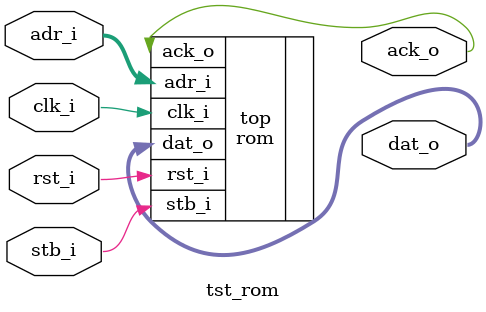
<source format=v>
`timescale 1ns/1ns

module tst_rom (
    input clk_i,
    input rst_i,
    input [29:0] adr_i,
    output [31:0] dat_o,
    input stb_i,
    output ack_o
);

rom top(
    .clk_i(clk_i),
    .rst_i(rst_i),
    .adr_i(adr_i),
    .dat_o(dat_o),
    .stb_i(stb_i),
    .ack_o(ack_o)
);

initial begin
    $dumpfile("logs/vlt_dump.vcd");
    $dumpvars();
end
    
endmodule

</source>
